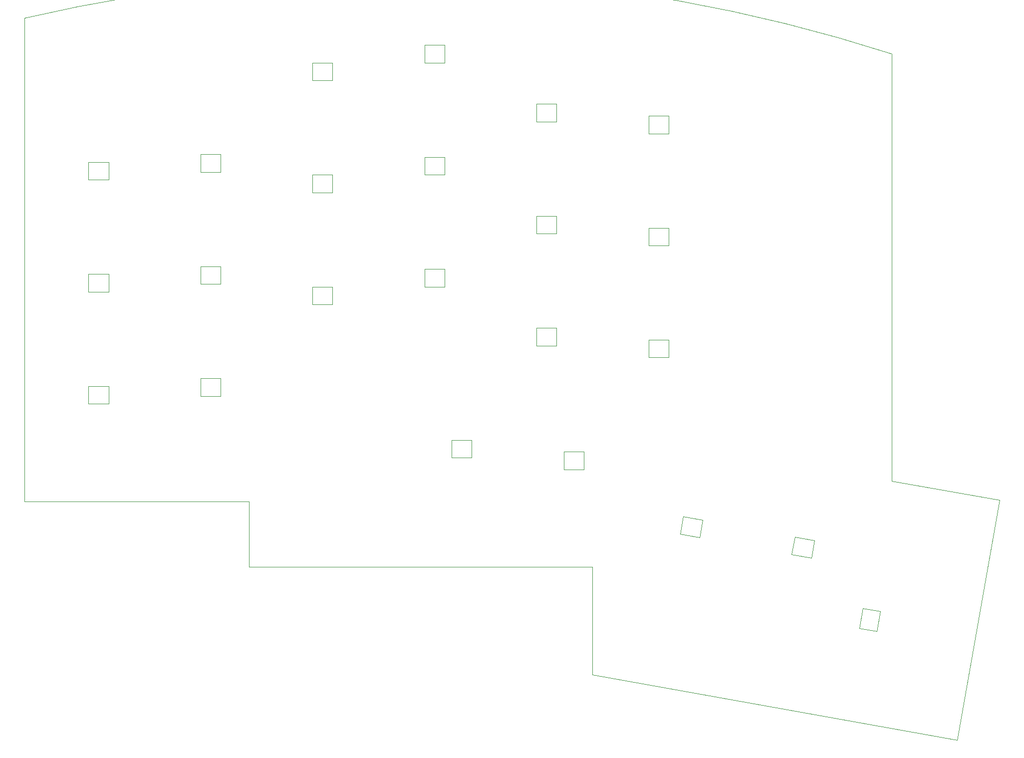
<source format=gbr>
%TF.GenerationSoftware,KiCad,Pcbnew,5.1.9*%
%TF.CreationDate,2021-05-05T06:58:16-05:00*%
%TF.ProjectId,monarch,6d6f6e61-7263-4682-9e6b-696361645f70,rev?*%
%TF.SameCoordinates,Original*%
%TF.FileFunction,Profile,NP*%
%FSLAX46Y46*%
G04 Gerber Fmt 4.6, Leading zero omitted, Abs format (unit mm)*
G04 Created by KiCad (PCBNEW 5.1.9) date 2021-05-05 06:58:16*
%MOMM*%
%LPD*%
G01*
G04 APERTURE LIST*
%TA.AperFunction,Profile*%
%ADD10C,0.050000*%
%TD*%
%TA.AperFunction,Profile*%
%ADD11C,0.100000*%
%TD*%
%TA.AperFunction,Profile*%
%ADD12C,0.120000*%
%TD*%
G04 APERTURE END LIST*
D10*
X158790122Y-17985593D02*
X158790000Y-90450000D01*
X158790000Y-90450000D02*
X177070000Y-93680000D01*
X177070000Y-93680000D02*
X169900000Y-134360000D01*
X158790122Y-17985593D02*
G75*
G03*
X11660000Y-11930000I-84480762J-262186278D01*
G01*
X11660000Y-93950000D02*
X11660000Y-11930000D01*
X49750000Y-93950000D02*
X11660000Y-93950000D01*
X49750000Y-105000000D02*
X49750000Y-93950000D01*
D11*
X108000000Y-105000000D02*
X49750000Y-105000000D01*
X108000000Y-123270000D02*
X108000000Y-105000000D01*
D10*
X169900000Y-134360000D02*
X108000000Y-123270000D01*
D12*
%TO.C,L31*%
X156272010Y-115914645D02*
X156862414Y-112566299D01*
X153317586Y-115393701D02*
X156272010Y-115914645D01*
X153907990Y-112045355D02*
X153317586Y-115393701D01*
X156862414Y-112566299D02*
X153907990Y-112045355D01*
%TO.C,L30*%
X142336299Y-99927586D02*
X141815355Y-102882010D01*
X141815355Y-102882010D02*
X145163701Y-103472414D01*
X145163701Y-103472414D02*
X145684645Y-100517990D01*
X145684645Y-100517990D02*
X142336299Y-99927586D01*
%TO.C,L29*%
X123394803Y-96473389D02*
X122873859Y-99427813D01*
X122873859Y-99427813D02*
X126222205Y-100018217D01*
X126222205Y-100018217D02*
X126743149Y-97063793D01*
X126743149Y-97063793D02*
X123394803Y-96473389D01*
%TO.C,L28*%
X103137500Y-85500000D02*
X103137500Y-88500000D01*
X103137500Y-88500000D02*
X106537500Y-88500000D01*
X106537500Y-88500000D02*
X106537500Y-85500000D01*
X106537500Y-85500000D02*
X103137500Y-85500000D01*
%TO.C,L27*%
X84137500Y-83500000D02*
X84137500Y-86500000D01*
X84137500Y-86500000D02*
X87537500Y-86500000D01*
X87537500Y-86500000D02*
X87537500Y-83500000D01*
X87537500Y-83500000D02*
X84137500Y-83500000D01*
%TO.C,L26*%
X120925000Y-66491000D02*
X117525000Y-66491000D01*
X120925000Y-69491000D02*
X120925000Y-66491000D01*
X117525000Y-69491000D02*
X120925000Y-69491000D01*
X117525000Y-66491000D02*
X117525000Y-69491000D01*
%TO.C,L25*%
X101925000Y-64491000D02*
X98525000Y-64491000D01*
X101925000Y-67491000D02*
X101925000Y-64491000D01*
X98525000Y-67491000D02*
X101925000Y-67491000D01*
X98525000Y-64491000D02*
X98525000Y-67491000D01*
%TO.C,L24*%
X82925000Y-54491000D02*
X79525000Y-54491000D01*
X82925000Y-57491000D02*
X82925000Y-54491000D01*
X79525000Y-57491000D02*
X82925000Y-57491000D01*
X79525000Y-54491000D02*
X79525000Y-57491000D01*
%TO.C,L23*%
X63925000Y-57491000D02*
X60525000Y-57491000D01*
X63925000Y-60491000D02*
X63925000Y-57491000D01*
X60525000Y-60491000D02*
X63925000Y-60491000D01*
X60525000Y-57491000D02*
X60525000Y-60491000D01*
%TO.C,L22*%
X44925000Y-73041000D02*
X41525000Y-73041000D01*
X44925000Y-76041000D02*
X44925000Y-73041000D01*
X41525000Y-76041000D02*
X44925000Y-76041000D01*
X41525000Y-73041000D02*
X41525000Y-76041000D01*
%TO.C,L21*%
X25925000Y-74341000D02*
X22525000Y-74341000D01*
X25925000Y-77341000D02*
X25925000Y-74341000D01*
X22525000Y-77341000D02*
X25925000Y-77341000D01*
X22525000Y-74341000D02*
X22525000Y-77341000D01*
%TO.C,L20*%
X22525000Y-58341000D02*
X25925000Y-58341000D01*
X22525000Y-55341000D02*
X22525000Y-58341000D01*
X25925000Y-55341000D02*
X22525000Y-55341000D01*
X25925000Y-58341000D02*
X25925000Y-55341000D01*
%TO.C,L19*%
X41525000Y-57041000D02*
X44925000Y-57041000D01*
X41525000Y-54041000D02*
X41525000Y-57041000D01*
X44925000Y-54041000D02*
X41525000Y-54041000D01*
X44925000Y-57041000D02*
X44925000Y-54041000D01*
%TO.C,L18*%
X60525000Y-41491000D02*
X63925000Y-41491000D01*
X60525000Y-38491000D02*
X60525000Y-41491000D01*
X63925000Y-38491000D02*
X60525000Y-38491000D01*
X63925000Y-41491000D02*
X63925000Y-38491000D01*
%TO.C,L17*%
X79525000Y-38491000D02*
X82925000Y-38491000D01*
X79525000Y-35491000D02*
X79525000Y-38491000D01*
X82925000Y-35491000D02*
X79525000Y-35491000D01*
X82925000Y-38491000D02*
X82925000Y-35491000D01*
%TO.C,L16*%
X98525000Y-48491000D02*
X101925000Y-48491000D01*
X98525000Y-45491000D02*
X98525000Y-48491000D01*
X101925000Y-45491000D02*
X98525000Y-45491000D01*
X101925000Y-48491000D02*
X101925000Y-45491000D01*
%TO.C,L15*%
X117525000Y-50491000D02*
X120925000Y-50491000D01*
X117525000Y-47491000D02*
X117525000Y-50491000D01*
X120925000Y-47491000D02*
X117525000Y-47491000D01*
X120925000Y-50491000D02*
X120925000Y-47491000D01*
%TO.C,L14*%
X120925000Y-28491000D02*
X117525000Y-28491000D01*
X120925000Y-31491000D02*
X120925000Y-28491000D01*
X117525000Y-31491000D02*
X120925000Y-31491000D01*
X117525000Y-28491000D02*
X117525000Y-31491000D01*
%TO.C,L13*%
X101925000Y-26491000D02*
X98525000Y-26491000D01*
X101925000Y-29491000D02*
X101925000Y-26491000D01*
X98525000Y-29491000D02*
X101925000Y-29491000D01*
X98525000Y-26491000D02*
X98525000Y-29491000D01*
%TO.C,L12*%
X82925000Y-16491000D02*
X79525000Y-16491000D01*
X82925000Y-19491000D02*
X82925000Y-16491000D01*
X79525000Y-19491000D02*
X82925000Y-19491000D01*
X79525000Y-16491000D02*
X79525000Y-19491000D01*
%TO.C,L11*%
X63925000Y-19491000D02*
X60525000Y-19491000D01*
X63925000Y-22491000D02*
X63925000Y-19491000D01*
X60525000Y-22491000D02*
X63925000Y-22491000D01*
X60525000Y-19491000D02*
X60525000Y-22491000D01*
%TO.C,L10*%
X44925000Y-35041000D02*
X41525000Y-35041000D01*
X44925000Y-38041000D02*
X44925000Y-35041000D01*
X41525000Y-38041000D02*
X44925000Y-38041000D01*
X41525000Y-35041000D02*
X41525000Y-38041000D01*
%TO.C,L9*%
X25925000Y-36341000D02*
X22525000Y-36341000D01*
X25925000Y-39341000D02*
X25925000Y-36341000D01*
X22525000Y-39341000D02*
X25925000Y-39341000D01*
X22525000Y-36341000D02*
X22525000Y-39341000D01*
%TD*%
M02*

</source>
